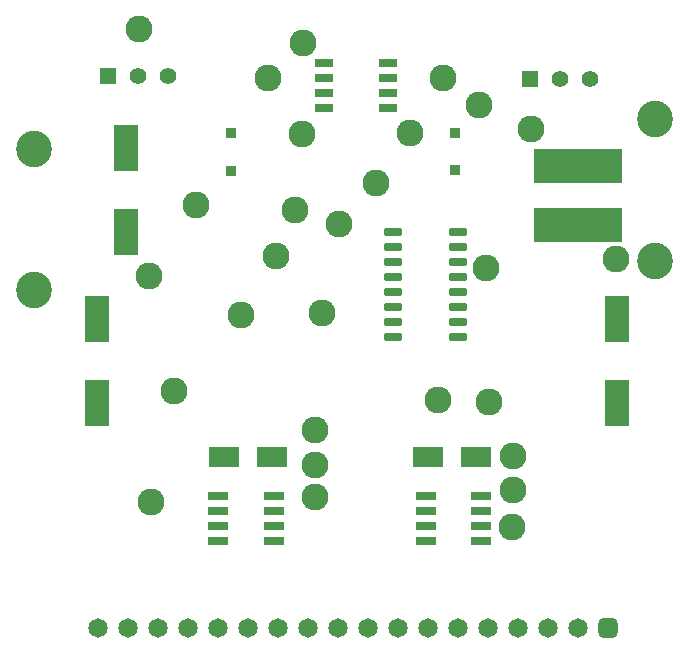
<source format=gbr>
%TF.GenerationSoftware,Altium Limited,Altium Designer,24.3.1 (35)*%
G04 Layer_Color=255*
%FSLAX43Y43*%
%MOMM*%
%TF.SameCoordinates,9DAA59CA-406A-4E62-98C5-13318CB5E6F2*%
%TF.FilePolarity,Positive*%
%TF.FileFunction,Pads,Top*%
%TF.Part,Single*%
G01*
G75*
%TA.AperFunction,SMDPad,CuDef*%
%ADD11R,2.000X4.000*%
G04:AMPARAMS|DCode=12|XSize=1.55mm|YSize=0.6mm|CornerRadius=0.051mm|HoleSize=0mm|Usage=FLASHONLY|Rotation=180.000|XOffset=0mm|YOffset=0mm|HoleType=Round|Shape=RoundedRectangle|*
%AMROUNDEDRECTD12*
21,1,1.550,0.498,0,0,180.0*
21,1,1.448,0.600,0,0,180.0*
1,1,0.102,-0.724,0.249*
1,1,0.102,0.724,0.249*
1,1,0.102,0.724,-0.249*
1,1,0.102,-0.724,-0.249*
%
%ADD12ROUNDEDRECTD12*%
%ADD13R,7.500X3.000*%
G04:AMPARAMS|DCode=14|XSize=0.6mm|YSize=1.45mm|CornerRadius=0.051mm|HoleSize=0mm|Usage=FLASHONLY|Rotation=90.000|XOffset=0mm|YOffset=0mm|HoleType=Round|Shape=RoundedRectangle|*
%AMROUNDEDRECTD14*
21,1,0.600,1.348,0,0,90.0*
21,1,0.498,1.450,0,0,90.0*
1,1,0.102,0.674,0.249*
1,1,0.102,0.674,-0.249*
1,1,0.102,-0.674,-0.249*
1,1,0.102,-0.674,0.249*
%
%ADD14ROUNDEDRECTD14*%
%ADD15R,1.780X0.720*%
%ADD16R,2.500X1.700*%
%ADD17R,0.950X0.900*%
%TA.AperFunction,ComponentPad*%
%ADD22O,3.000X3.100*%
%ADD23C,2.286*%
%ADD24C,1.400*%
%ADD25R,1.400X1.400*%
%ADD26C,1.650*%
G04:AMPARAMS|DCode=27|XSize=1.65mm|YSize=1.65mm|CornerRadius=0.413mm|HoleSize=0mm|Usage=FLASHONLY|Rotation=0.000|XOffset=0mm|YOffset=0mm|HoleType=Round|Shape=RoundedRectangle|*
%AMROUNDEDRECTD27*
21,1,1.650,0.825,0,0,0.0*
21,1,0.825,1.650,0,0,0.0*
1,1,0.825,0.413,-0.413*
1,1,0.825,-0.413,-0.413*
1,1,0.825,-0.413,0.413*
1,1,0.825,0.413,0.413*
%
%ADD27ROUNDEDRECTD27*%
D11*
X10490Y35877D02*
D03*
Y42977D02*
D03*
X52000Y28550D02*
D03*
Y21450D02*
D03*
X8000D02*
D03*
Y28550D02*
D03*
D12*
X32621Y46431D02*
D03*
Y47701D02*
D03*
Y48971D02*
D03*
Y50241D02*
D03*
X27221D02*
D03*
Y48971D02*
D03*
Y47701D02*
D03*
Y46431D02*
D03*
D13*
X48768Y41525D02*
D03*
Y36525D02*
D03*
D14*
X38539Y27051D02*
D03*
Y28321D02*
D03*
Y29591D02*
D03*
Y30861D02*
D03*
Y32131D02*
D03*
Y33401D02*
D03*
Y34671D02*
D03*
Y35941D02*
D03*
X33089Y27051D02*
D03*
Y28321D02*
D03*
Y29591D02*
D03*
Y30861D02*
D03*
Y32131D02*
D03*
Y33401D02*
D03*
Y34671D02*
D03*
Y35941D02*
D03*
D15*
X18285Y13513D02*
D03*
Y12243D02*
D03*
Y10973D02*
D03*
Y9703D02*
D03*
X22965Y13513D02*
D03*
Y12243D02*
D03*
Y10973D02*
D03*
Y9703D02*
D03*
X40542D02*
D03*
Y10973D02*
D03*
Y12243D02*
D03*
Y13513D02*
D03*
X35862Y9703D02*
D03*
Y10973D02*
D03*
Y12243D02*
D03*
Y13513D02*
D03*
D16*
X40075Y16815D02*
D03*
X36075D02*
D03*
X18803Y16840D02*
D03*
X22803D02*
D03*
D17*
X19380Y41097D02*
D03*
X19380Y44247D02*
D03*
X38354Y41122D02*
D03*
X38354Y44272D02*
D03*
D22*
X55245Y45446D02*
D03*
Y33446D02*
D03*
X2692Y30957D02*
D03*
Y42957D02*
D03*
D23*
X31674Y40030D02*
D03*
X44729Y44628D02*
D03*
X11532Y53111D02*
D03*
X14529Y22479D02*
D03*
X12573Y13056D02*
D03*
X43131Y10922D02*
D03*
X26500Y16205D02*
D03*
X43261Y16967D02*
D03*
X51968Y33655D02*
D03*
X43236Y14097D02*
D03*
X41199Y21468D02*
D03*
X36890Y21637D02*
D03*
X26500Y13462D02*
D03*
Y19152D02*
D03*
X25348Y44221D02*
D03*
X25470Y51873D02*
D03*
X22479Y48946D02*
D03*
X34519Y44272D02*
D03*
X37287Y48946D02*
D03*
X40386Y46660D02*
D03*
X40945Y32868D02*
D03*
X27076Y29032D02*
D03*
X20168Y28854D02*
D03*
X28499Y36551D02*
D03*
X24816Y37795D02*
D03*
X23190Y33858D02*
D03*
X16358Y38176D02*
D03*
X12421Y32188D02*
D03*
D24*
X49728Y48844D02*
D03*
X47188D02*
D03*
X14016Y49073D02*
D03*
X11476D02*
D03*
D25*
X44648Y48844D02*
D03*
X8936Y49073D02*
D03*
D26*
X15748Y2413D02*
D03*
X18288D02*
D03*
X20828D02*
D03*
X23368D02*
D03*
X25908D02*
D03*
X28448D02*
D03*
X30988D02*
D03*
X33528D02*
D03*
X36068D02*
D03*
X46228D02*
D03*
X48768D02*
D03*
X43688D02*
D03*
X41148D02*
D03*
X38608D02*
D03*
X13208D02*
D03*
X10668D02*
D03*
X8128D02*
D03*
D27*
X51308D02*
D03*
%TF.MD5,190b71b1a9b9b3349cecb9c234c348af*%
M02*

</source>
